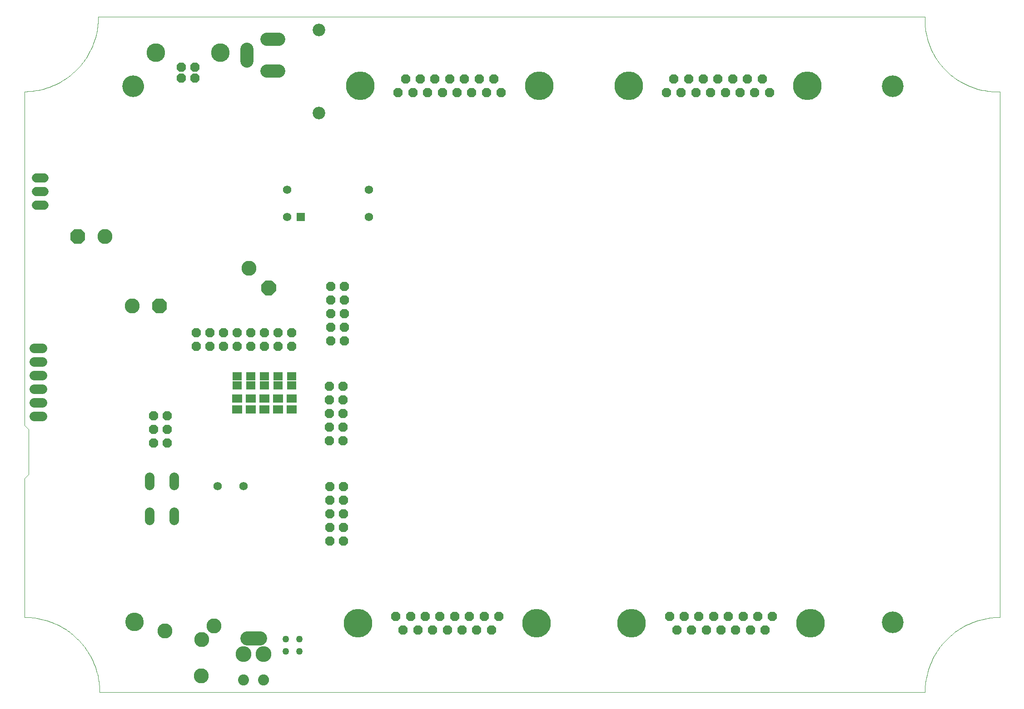
<source format=gbs>
G75*
%MOIN*%
%OFA0B0*%
%FSLAX24Y24*%
%IPPOS*%
%LPD*%
%AMOC8*
5,1,8,0,0,1.08239X$1,22.5*
%
%ADD10C,0.0000*%
%ADD11C,0.1358*%
%ADD12C,0.1594*%
%ADD13OC8,0.0698*%
%ADD14C,0.0698*%
%ADD15C,0.0618*%
%ADD16OC8,0.0672*%
%ADD17C,0.1365*%
%ADD18C,0.2098*%
%ADD19C,0.0958*%
%ADD20C,0.0807*%
%ADD21C,0.1161*%
%ADD22C,0.1043*%
%ADD23C,0.1098*%
%ADD24C,0.0220*%
%ADD25C,0.0498*%
%ADD26C,0.0925*%
%ADD27C,0.0658*%
%ADD28OC8,0.1098*%
%ADD29R,0.0613X0.0613*%
%ADD30C,0.0613*%
%ADD31R,0.0689X0.0610*%
%ADD32R,0.0728X0.0610*%
D10*
X007949Y012893D02*
X007947Y013039D01*
X007941Y013186D01*
X007931Y013332D01*
X007918Y013478D01*
X007900Y013623D01*
X007879Y013768D01*
X007854Y013912D01*
X007825Y014056D01*
X007792Y014198D01*
X007755Y014340D01*
X007715Y014481D01*
X007671Y014620D01*
X007623Y014759D01*
X007571Y014896D01*
X007516Y015032D01*
X007457Y015166D01*
X007395Y015298D01*
X007329Y015429D01*
X007260Y015558D01*
X007188Y015685D01*
X007112Y015810D01*
X007032Y015933D01*
X006950Y016054D01*
X006864Y016173D01*
X006775Y016289D01*
X006683Y016403D01*
X006588Y016515D01*
X006490Y016624D01*
X006390Y016730D01*
X006286Y016834D01*
X006180Y016934D01*
X006071Y017032D01*
X005959Y017127D01*
X005845Y017219D01*
X005729Y017308D01*
X005610Y017394D01*
X005489Y017476D01*
X005366Y017556D01*
X005241Y017632D01*
X005114Y017704D01*
X004985Y017773D01*
X004854Y017839D01*
X004722Y017901D01*
X004588Y017960D01*
X004452Y018015D01*
X004315Y018067D01*
X004176Y018115D01*
X004037Y018159D01*
X003896Y018199D01*
X003754Y018236D01*
X003612Y018269D01*
X003468Y018298D01*
X003324Y018323D01*
X003179Y018344D01*
X003034Y018362D01*
X002888Y018375D01*
X002742Y018385D01*
X002595Y018391D01*
X002449Y018393D01*
X002449Y028593D01*
X002749Y028893D01*
X002749Y032193D01*
X002449Y032493D01*
X002428Y056993D01*
X002428Y056994D02*
X002573Y056997D01*
X002718Y057004D01*
X002863Y057015D01*
X003008Y057029D01*
X003152Y057048D01*
X003296Y057070D01*
X003439Y057096D01*
X003581Y057126D01*
X003722Y057160D01*
X003863Y057197D01*
X004002Y057238D01*
X004141Y057283D01*
X004278Y057331D01*
X004413Y057384D01*
X004548Y057439D01*
X004680Y057498D01*
X004811Y057561D01*
X004941Y057628D01*
X005068Y057697D01*
X005194Y057770D01*
X005318Y057847D01*
X005439Y057926D01*
X005559Y058009D01*
X005676Y058095D01*
X005791Y058184D01*
X005903Y058276D01*
X006013Y058371D01*
X006121Y058469D01*
X006225Y058570D01*
X006327Y058674D01*
X006427Y058780D01*
X006523Y058889D01*
X006617Y059000D01*
X006707Y059114D01*
X006794Y059230D01*
X006879Y059348D01*
X006960Y059469D01*
X007038Y059592D01*
X007112Y059716D01*
X007183Y059843D01*
X007251Y059972D01*
X007316Y060102D01*
X007376Y060234D01*
X007434Y060368D01*
X007487Y060503D01*
X007538Y060639D01*
X007584Y060777D01*
X007627Y060916D01*
X007666Y061056D01*
X007701Y061197D01*
X007733Y061339D01*
X007761Y061481D01*
X007785Y061625D01*
X007805Y061769D01*
X007821Y061913D01*
X007834Y062058D01*
X007842Y062203D01*
X007847Y062348D01*
X007848Y062494D01*
X007849Y062493D02*
X068499Y062493D01*
X068499Y062494D02*
X068495Y062350D01*
X068494Y062207D01*
X068498Y062064D01*
X068506Y061921D01*
X068517Y061778D01*
X068533Y061635D01*
X068552Y061493D01*
X068575Y061352D01*
X068602Y061211D01*
X068633Y061071D01*
X068667Y060932D01*
X068705Y060794D01*
X068747Y060657D01*
X068793Y060521D01*
X068842Y060387D01*
X068895Y060254D01*
X068952Y060122D01*
X069012Y059992D01*
X069076Y059864D01*
X069143Y059737D01*
X069213Y059612D01*
X069287Y059489D01*
X069364Y059369D01*
X069445Y059250D01*
X069528Y059134D01*
X069615Y059020D01*
X069705Y058908D01*
X069797Y058799D01*
X069893Y058692D01*
X069992Y058588D01*
X070093Y058487D01*
X070197Y058388D01*
X070304Y058292D01*
X070413Y058200D01*
X070525Y058110D01*
X070639Y058023D01*
X070755Y057940D01*
X070874Y057859D01*
X070994Y057782D01*
X071117Y057708D01*
X071242Y057638D01*
X071369Y057571D01*
X071497Y057507D01*
X071627Y057447D01*
X071759Y057390D01*
X071892Y057337D01*
X072026Y057288D01*
X072162Y057242D01*
X072299Y057200D01*
X072437Y057162D01*
X072576Y057128D01*
X072716Y057097D01*
X072857Y057070D01*
X072998Y057047D01*
X073140Y057028D01*
X073283Y057012D01*
X073426Y057001D01*
X073569Y056993D01*
X073712Y056989D01*
X073855Y056990D01*
X073999Y056994D01*
X073999Y056993D02*
X073999Y018393D01*
X073853Y018391D01*
X073706Y018385D01*
X073560Y018375D01*
X073414Y018362D01*
X073269Y018344D01*
X073124Y018323D01*
X072980Y018298D01*
X072836Y018269D01*
X072694Y018236D01*
X072552Y018199D01*
X072411Y018159D01*
X072272Y018115D01*
X072133Y018067D01*
X071996Y018015D01*
X071860Y017960D01*
X071726Y017901D01*
X071594Y017839D01*
X071463Y017773D01*
X071334Y017704D01*
X071207Y017632D01*
X071082Y017556D01*
X070959Y017476D01*
X070838Y017394D01*
X070719Y017308D01*
X070603Y017219D01*
X070489Y017127D01*
X070377Y017032D01*
X070268Y016934D01*
X070162Y016834D01*
X070058Y016730D01*
X069958Y016624D01*
X069860Y016515D01*
X069765Y016403D01*
X069673Y016289D01*
X069584Y016173D01*
X069498Y016054D01*
X069416Y015933D01*
X069336Y015810D01*
X069260Y015685D01*
X069188Y015558D01*
X069119Y015429D01*
X069053Y015298D01*
X068991Y015166D01*
X068932Y015032D01*
X068877Y014896D01*
X068825Y014759D01*
X068777Y014620D01*
X068733Y014481D01*
X068693Y014340D01*
X068656Y014198D01*
X068623Y014056D01*
X068594Y013912D01*
X068569Y013768D01*
X068548Y013623D01*
X068530Y013478D01*
X068517Y013332D01*
X068507Y013186D01*
X068501Y013039D01*
X068499Y012893D01*
X007949Y012893D01*
X009881Y018037D02*
X009883Y018087D01*
X009889Y018137D01*
X009899Y018186D01*
X009913Y018234D01*
X009930Y018281D01*
X009951Y018326D01*
X009976Y018370D01*
X010004Y018411D01*
X010036Y018450D01*
X010070Y018487D01*
X010107Y018521D01*
X010147Y018551D01*
X010189Y018578D01*
X010233Y018602D01*
X010279Y018623D01*
X010326Y018639D01*
X010374Y018652D01*
X010424Y018661D01*
X010473Y018666D01*
X010524Y018667D01*
X010574Y018664D01*
X010623Y018657D01*
X010672Y018646D01*
X010720Y018631D01*
X010766Y018613D01*
X010811Y018591D01*
X010854Y018565D01*
X010895Y018536D01*
X010934Y018504D01*
X010970Y018469D01*
X011002Y018431D01*
X011032Y018391D01*
X011059Y018348D01*
X011082Y018304D01*
X011101Y018258D01*
X011117Y018210D01*
X011129Y018161D01*
X011137Y018112D01*
X011141Y018062D01*
X011141Y018012D01*
X011137Y017962D01*
X011129Y017913D01*
X011117Y017864D01*
X011101Y017816D01*
X011082Y017770D01*
X011059Y017726D01*
X011032Y017683D01*
X011002Y017643D01*
X010970Y017605D01*
X010934Y017570D01*
X010895Y017538D01*
X010854Y017509D01*
X010811Y017483D01*
X010766Y017461D01*
X010720Y017443D01*
X010672Y017428D01*
X010623Y017417D01*
X010574Y017410D01*
X010524Y017407D01*
X010473Y017408D01*
X010424Y017413D01*
X010374Y017422D01*
X010326Y017435D01*
X010279Y017451D01*
X010233Y017472D01*
X010189Y017496D01*
X010147Y017523D01*
X010107Y017553D01*
X010070Y017587D01*
X010036Y017624D01*
X010004Y017663D01*
X009976Y017704D01*
X009951Y017748D01*
X009930Y017793D01*
X009913Y017840D01*
X009899Y017888D01*
X009889Y017937D01*
X009883Y017987D01*
X009881Y018037D01*
X018137Y013802D02*
X018139Y013839D01*
X018145Y013876D01*
X018154Y013911D01*
X018168Y013946D01*
X018184Y013979D01*
X018205Y014010D01*
X018228Y014039D01*
X018254Y014065D01*
X018283Y014088D01*
X018314Y014109D01*
X018347Y014125D01*
X018382Y014139D01*
X018417Y014148D01*
X018454Y014154D01*
X018491Y014156D01*
X018528Y014154D01*
X018565Y014148D01*
X018600Y014139D01*
X018635Y014125D01*
X018668Y014109D01*
X018699Y014088D01*
X018728Y014065D01*
X018754Y014039D01*
X018777Y014010D01*
X018798Y013979D01*
X018814Y013946D01*
X018828Y013911D01*
X018837Y013876D01*
X018843Y013839D01*
X018845Y013802D01*
X018843Y013765D01*
X018837Y013728D01*
X018828Y013693D01*
X018814Y013658D01*
X018798Y013625D01*
X018777Y013594D01*
X018754Y013565D01*
X018728Y013539D01*
X018699Y013516D01*
X018668Y013495D01*
X018635Y013479D01*
X018600Y013465D01*
X018565Y013456D01*
X018528Y013450D01*
X018491Y013448D01*
X018454Y013450D01*
X018417Y013456D01*
X018382Y013465D01*
X018347Y013479D01*
X018314Y013495D01*
X018283Y013516D01*
X018254Y013539D01*
X018228Y013565D01*
X018205Y013594D01*
X018184Y013625D01*
X018168Y013658D01*
X018154Y013693D01*
X018145Y013728D01*
X018139Y013765D01*
X018137Y013802D01*
X019633Y013802D02*
X019635Y013839D01*
X019641Y013876D01*
X019650Y013911D01*
X019664Y013946D01*
X019680Y013979D01*
X019701Y014010D01*
X019724Y014039D01*
X019750Y014065D01*
X019779Y014088D01*
X019810Y014109D01*
X019843Y014125D01*
X019878Y014139D01*
X019913Y014148D01*
X019950Y014154D01*
X019987Y014156D01*
X020024Y014154D01*
X020061Y014148D01*
X020096Y014139D01*
X020131Y014125D01*
X020164Y014109D01*
X020195Y014088D01*
X020224Y014065D01*
X020250Y014039D01*
X020273Y014010D01*
X020294Y013979D01*
X020310Y013946D01*
X020324Y013911D01*
X020333Y013876D01*
X020339Y013839D01*
X020341Y013802D01*
X020339Y013765D01*
X020333Y013728D01*
X020324Y013693D01*
X020310Y013658D01*
X020294Y013625D01*
X020273Y013594D01*
X020250Y013565D01*
X020224Y013539D01*
X020195Y013516D01*
X020164Y013495D01*
X020131Y013479D01*
X020096Y013465D01*
X020061Y013456D01*
X020024Y013450D01*
X019987Y013448D01*
X019950Y013450D01*
X019913Y013456D01*
X019878Y013465D01*
X019843Y013479D01*
X019810Y013495D01*
X019779Y013516D01*
X019750Y013539D01*
X019724Y013565D01*
X019701Y013594D01*
X019680Y013625D01*
X019664Y013658D01*
X019650Y013693D01*
X019641Y013728D01*
X019635Y013765D01*
X019633Y013802D01*
X065377Y018021D02*
X065379Y018076D01*
X065385Y018130D01*
X065395Y018184D01*
X065409Y018236D01*
X065426Y018288D01*
X065448Y018338D01*
X065473Y018387D01*
X065501Y018434D01*
X065533Y018478D01*
X065568Y018520D01*
X065606Y018559D01*
X065647Y018596D01*
X065690Y018629D01*
X065735Y018659D01*
X065783Y018686D01*
X065832Y018709D01*
X065883Y018729D01*
X065936Y018745D01*
X065989Y018757D01*
X066043Y018765D01*
X066098Y018769D01*
X066152Y018769D01*
X066207Y018765D01*
X066261Y018757D01*
X066314Y018745D01*
X066367Y018729D01*
X066418Y018709D01*
X066467Y018686D01*
X066515Y018659D01*
X066560Y018629D01*
X066603Y018596D01*
X066644Y018559D01*
X066682Y018520D01*
X066717Y018478D01*
X066749Y018434D01*
X066777Y018387D01*
X066802Y018338D01*
X066824Y018288D01*
X066841Y018236D01*
X066855Y018184D01*
X066865Y018130D01*
X066871Y018076D01*
X066873Y018021D01*
X066871Y017966D01*
X066865Y017912D01*
X066855Y017858D01*
X066841Y017806D01*
X066824Y017754D01*
X066802Y017704D01*
X066777Y017655D01*
X066749Y017608D01*
X066717Y017564D01*
X066682Y017522D01*
X066644Y017483D01*
X066603Y017446D01*
X066560Y017413D01*
X066515Y017383D01*
X066467Y017356D01*
X066418Y017333D01*
X066367Y017313D01*
X066314Y017297D01*
X066261Y017285D01*
X066207Y017277D01*
X066152Y017273D01*
X066098Y017273D01*
X066043Y017277D01*
X065989Y017285D01*
X065936Y017297D01*
X065883Y017313D01*
X065832Y017333D01*
X065783Y017356D01*
X065735Y017383D01*
X065690Y017413D01*
X065647Y017446D01*
X065606Y017483D01*
X065568Y017522D01*
X065533Y017564D01*
X065501Y017608D01*
X065473Y017655D01*
X065448Y017704D01*
X065426Y017754D01*
X065409Y017806D01*
X065395Y017858D01*
X065385Y017912D01*
X065379Y017966D01*
X065377Y018021D01*
X065377Y057391D02*
X065379Y057446D01*
X065385Y057500D01*
X065395Y057554D01*
X065409Y057606D01*
X065426Y057658D01*
X065448Y057708D01*
X065473Y057757D01*
X065501Y057804D01*
X065533Y057848D01*
X065568Y057890D01*
X065606Y057929D01*
X065647Y057966D01*
X065690Y057999D01*
X065735Y058029D01*
X065783Y058056D01*
X065832Y058079D01*
X065883Y058099D01*
X065936Y058115D01*
X065989Y058127D01*
X066043Y058135D01*
X066098Y058139D01*
X066152Y058139D01*
X066207Y058135D01*
X066261Y058127D01*
X066314Y058115D01*
X066367Y058099D01*
X066418Y058079D01*
X066467Y058056D01*
X066515Y058029D01*
X066560Y057999D01*
X066603Y057966D01*
X066644Y057929D01*
X066682Y057890D01*
X066717Y057848D01*
X066749Y057804D01*
X066777Y057757D01*
X066802Y057708D01*
X066824Y057658D01*
X066841Y057606D01*
X066855Y057554D01*
X066865Y057500D01*
X066871Y057446D01*
X066873Y057391D01*
X066871Y057336D01*
X066865Y057282D01*
X066855Y057228D01*
X066841Y057176D01*
X066824Y057124D01*
X066802Y057074D01*
X066777Y057025D01*
X066749Y056978D01*
X066717Y056934D01*
X066682Y056892D01*
X066644Y056853D01*
X066603Y056816D01*
X066560Y056783D01*
X066515Y056753D01*
X066467Y056726D01*
X066418Y056703D01*
X066367Y056683D01*
X066314Y056667D01*
X066261Y056655D01*
X066207Y056647D01*
X066152Y056643D01*
X066098Y056643D01*
X066043Y056647D01*
X065989Y056655D01*
X065936Y056667D01*
X065883Y056683D01*
X065832Y056703D01*
X065783Y056726D01*
X065735Y056753D01*
X065690Y056783D01*
X065647Y056816D01*
X065606Y056853D01*
X065568Y056892D01*
X065533Y056934D01*
X065501Y056978D01*
X065473Y057025D01*
X065448Y057074D01*
X065426Y057124D01*
X065409Y057176D01*
X065395Y057228D01*
X065385Y057282D01*
X065379Y057336D01*
X065377Y057391D01*
X009668Y057391D02*
X009670Y057446D01*
X009676Y057500D01*
X009686Y057554D01*
X009700Y057606D01*
X009717Y057658D01*
X009739Y057708D01*
X009764Y057757D01*
X009792Y057804D01*
X009824Y057848D01*
X009859Y057890D01*
X009897Y057929D01*
X009938Y057966D01*
X009981Y057999D01*
X010026Y058029D01*
X010074Y058056D01*
X010123Y058079D01*
X010174Y058099D01*
X010227Y058115D01*
X010280Y058127D01*
X010334Y058135D01*
X010389Y058139D01*
X010443Y058139D01*
X010498Y058135D01*
X010552Y058127D01*
X010605Y058115D01*
X010658Y058099D01*
X010709Y058079D01*
X010758Y058056D01*
X010806Y058029D01*
X010851Y057999D01*
X010894Y057966D01*
X010935Y057929D01*
X010973Y057890D01*
X011008Y057848D01*
X011040Y057804D01*
X011068Y057757D01*
X011093Y057708D01*
X011115Y057658D01*
X011132Y057606D01*
X011146Y057554D01*
X011156Y057500D01*
X011162Y057446D01*
X011164Y057391D01*
X011162Y057336D01*
X011156Y057282D01*
X011146Y057228D01*
X011132Y057176D01*
X011115Y057124D01*
X011093Y057074D01*
X011068Y057025D01*
X011040Y056978D01*
X011008Y056934D01*
X010973Y056892D01*
X010935Y056853D01*
X010894Y056816D01*
X010851Y056783D01*
X010806Y056753D01*
X010758Y056726D01*
X010709Y056703D01*
X010658Y056683D01*
X010605Y056667D01*
X010552Y056655D01*
X010498Y056647D01*
X010443Y056643D01*
X010389Y056643D01*
X010334Y056647D01*
X010280Y056655D01*
X010227Y056667D01*
X010174Y056683D01*
X010123Y056703D01*
X010074Y056726D01*
X010026Y056753D01*
X009981Y056783D01*
X009938Y056816D01*
X009897Y056853D01*
X009859Y056892D01*
X009824Y056934D01*
X009792Y056978D01*
X009764Y057025D01*
X009739Y057074D01*
X009717Y057124D01*
X009700Y057176D01*
X009686Y057228D01*
X009676Y057282D01*
X009670Y057336D01*
X009668Y057391D01*
D11*
X010511Y018037D03*
D12*
X010416Y057391D03*
X066125Y057391D03*
X066125Y018021D03*
D13*
X057318Y018448D03*
X056238Y018448D03*
X055158Y018448D03*
X054078Y018448D03*
X052998Y018448D03*
X051918Y018448D03*
X050838Y018448D03*
X049758Y018448D03*
X050298Y017448D03*
X051378Y017448D03*
X052458Y017448D03*
X053538Y017448D03*
X054618Y017448D03*
X055698Y017448D03*
X056778Y017448D03*
X037238Y018448D03*
X036158Y018448D03*
X035078Y018448D03*
X033998Y018448D03*
X032918Y018448D03*
X031838Y018448D03*
X030758Y018448D03*
X029678Y018448D03*
X030218Y017448D03*
X031298Y017448D03*
X032378Y017448D03*
X033458Y017448D03*
X034538Y017448D03*
X035618Y017448D03*
X036698Y017448D03*
X025849Y023993D03*
X024849Y023993D03*
X024849Y024993D03*
X025849Y024993D03*
X025849Y025993D03*
X024849Y025993D03*
X024849Y026993D03*
X025849Y026993D03*
X025849Y027993D03*
X024849Y027993D03*
X024799Y031343D03*
X025799Y031343D03*
X025799Y032343D03*
X025799Y033343D03*
X024799Y033343D03*
X024799Y032343D03*
X024799Y034343D03*
X025799Y034343D03*
X025799Y035343D03*
X024799Y035343D03*
X022049Y038293D03*
X022049Y039293D03*
X021049Y039293D03*
X020049Y039293D03*
X019049Y039293D03*
X018049Y039293D03*
X017049Y039293D03*
X016049Y039293D03*
X015049Y039293D03*
X015049Y038293D03*
X016049Y038293D03*
X017049Y038293D03*
X018049Y038293D03*
X019049Y038293D03*
X020049Y038293D03*
X021049Y038293D03*
X024899Y038693D03*
X025899Y038693D03*
X025899Y039693D03*
X025899Y040693D03*
X024899Y040693D03*
X024899Y039693D03*
X024899Y041693D03*
X025899Y041693D03*
X025899Y042693D03*
X024899Y042693D03*
X012899Y033193D03*
X011899Y033193D03*
X011899Y032193D03*
X012899Y032193D03*
X012899Y031193D03*
X011899Y031193D03*
X029853Y056924D03*
X030933Y056924D03*
X032013Y056924D03*
X033093Y056924D03*
X034173Y056924D03*
X035253Y056924D03*
X036333Y056924D03*
X037413Y056924D03*
X036873Y057924D03*
X035793Y057924D03*
X034713Y057924D03*
X033633Y057924D03*
X032553Y057924D03*
X031473Y057924D03*
X030393Y057924D03*
X049540Y056924D03*
X050620Y056924D03*
X051700Y056924D03*
X052780Y056924D03*
X053860Y056924D03*
X054940Y056924D03*
X056020Y056924D03*
X057100Y056924D03*
X056560Y057924D03*
X055480Y057924D03*
X054400Y057924D03*
X053320Y057924D03*
X052240Y057924D03*
X051160Y057924D03*
X050080Y057924D03*
D14*
X013389Y028673D02*
X013389Y028073D01*
X011609Y028073D02*
X011609Y028673D01*
X011609Y026113D02*
X011609Y025513D01*
X013389Y025513D02*
X013389Y026113D01*
X003749Y033143D02*
X003149Y033143D01*
X003149Y034143D02*
X003749Y034143D01*
X003749Y035143D02*
X003149Y035143D01*
X003149Y036143D02*
X003749Y036143D01*
X003749Y037143D02*
X003149Y037143D01*
X003149Y038143D02*
X003749Y038143D01*
D15*
X016602Y028007D03*
X018502Y028007D03*
D16*
X014937Y057986D03*
X014937Y058774D03*
X013953Y058774D03*
X013953Y057986D03*
D17*
X012083Y059841D03*
X016807Y059841D03*
D18*
X027073Y057424D03*
X040193Y057424D03*
X046760Y057424D03*
X059880Y057424D03*
X060098Y017948D03*
X046978Y017948D03*
X040018Y017948D03*
X026898Y017948D03*
D19*
X021068Y058505D02*
X020208Y058505D01*
X018748Y059256D02*
X018748Y060116D01*
X020208Y060867D02*
X021068Y060867D01*
D20*
X019987Y013802D03*
X018491Y013802D03*
D21*
X018491Y015672D03*
X019987Y015672D03*
D22*
X019711Y016853D02*
X018767Y016853D01*
D23*
X016322Y017740D03*
X015422Y016740D03*
X012722Y017390D03*
X015397Y014090D03*
X010349Y041243D03*
X008349Y046343D03*
X018915Y044013D03*
D24*
X020401Y042270D02*
X020511Y042160D01*
X020147Y042160D01*
X019891Y042416D01*
X019891Y042780D01*
X020147Y043036D01*
X020511Y043036D01*
X020767Y042780D01*
X020767Y042416D01*
X020511Y042160D01*
X020442Y042325D01*
X020216Y042325D01*
X020056Y042485D01*
X020056Y042711D01*
X020216Y042871D01*
X020442Y042871D01*
X020602Y042711D01*
X020602Y042485D01*
X020442Y042325D01*
X020374Y042489D01*
X020284Y042489D01*
X020220Y042553D01*
X020220Y042643D01*
X020284Y042707D01*
X020374Y042707D01*
X020438Y042643D01*
X020438Y042553D01*
X020374Y042489D01*
D25*
X021599Y016793D03*
X021599Y015893D03*
X022599Y015893D03*
X022599Y016793D03*
D26*
X024043Y055429D03*
X024043Y061531D03*
D27*
X003879Y050643D02*
X003319Y050643D01*
X003319Y049643D02*
X003879Y049643D01*
X003879Y048643D02*
X003319Y048643D01*
D28*
X006349Y046343D03*
X012349Y041243D03*
D29*
X022699Y047793D03*
D30*
X021699Y047793D03*
X021699Y049793D03*
X027699Y049793D03*
X027699Y047793D03*
D31*
X022049Y036078D03*
X022049Y035409D03*
X021049Y035409D03*
X021049Y036078D03*
X020049Y036078D03*
X020049Y035409D03*
X019049Y035409D03*
X019049Y036078D03*
X018049Y036078D03*
X018049Y035409D03*
D32*
X018049Y034437D03*
X018049Y033650D03*
X019049Y033650D03*
X019049Y034437D03*
X020049Y034437D03*
X020049Y033650D03*
X021049Y033650D03*
X021049Y034437D03*
X022049Y034437D03*
X022049Y033650D03*
M02*

</source>
